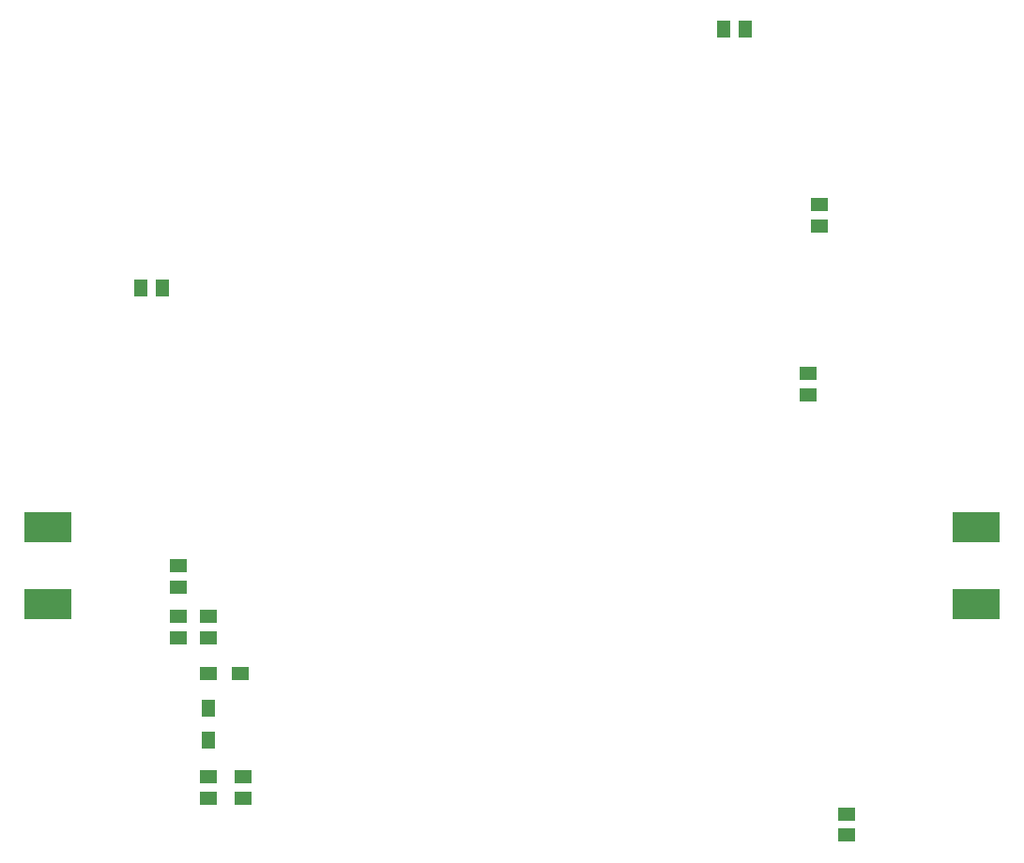
<source format=gbr>
G04 EAGLE Gerber RS-274X export*
G75*
%MOMM*%
%FSLAX34Y34*%
%LPD*%
%INSolderpaste Bottom*%
%IPPOS*%
%AMOC8*
5,1,8,0,0,1.08239X$1,22.5*%
G01*
%ADD10R,1.300000X1.500000*%
%ADD11R,1.500000X1.300000*%
%ADD12R,1.200000X1.500000*%
%ADD13R,1.500000X1.200000*%
%ADD14R,4.191000X2.667000*%


D10*
X650215Y772160D03*
X631215Y772160D03*
D11*
X139065Y268630D03*
X139065Y287630D03*
X707390Y441985D03*
X707390Y460985D03*
X197800Y78130D03*
X197800Y97130D03*
X166053Y78130D03*
X166053Y97130D03*
D12*
X166053Y129965D03*
X166053Y158965D03*
D13*
X166208Y190668D03*
X195208Y190668D03*
D11*
X742315Y63475D03*
X742315Y44475D03*
X717550Y594385D03*
X717550Y613385D03*
D14*
X21154Y252712D03*
X21154Y322604D03*
X858846Y322919D03*
X858846Y253027D03*
D11*
X139065Y222910D03*
X139065Y241910D03*
X166053Y222910D03*
X166053Y241910D03*
D10*
X124435Y538480D03*
X105435Y538480D03*
M02*

</source>
